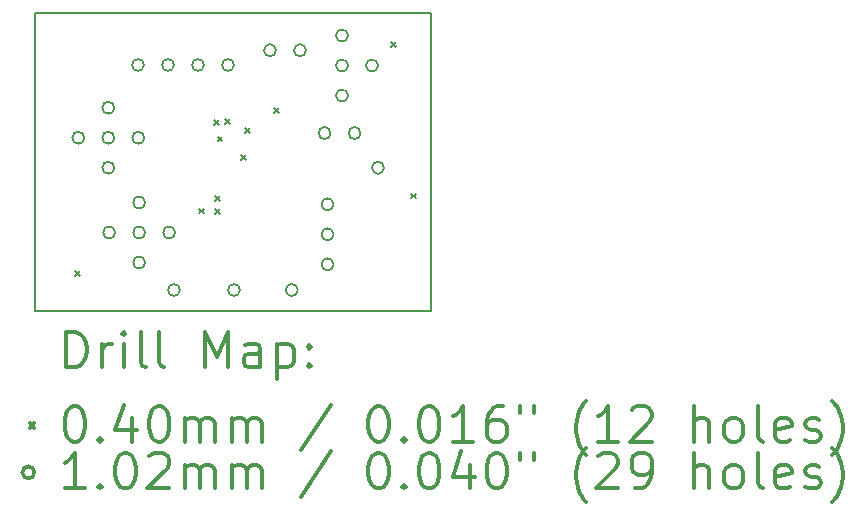
<source format=gbr>
%FSLAX45Y45*%
G04 Gerber Fmt 4.5, Leading zero omitted, Abs format (unit mm)*
G04 Created by KiCad (PCBNEW 4.0.4+e1-6308~48~ubuntu16.04.1-stable) date Wed Oct 26 09:11:47 2016*
%MOMM*%
%LPD*%
G01*
G04 APERTURE LIST*
%ADD10C,0.127000*%
%ADD11C,0.150000*%
%ADD12C,0.200000*%
%ADD13C,0.300000*%
G04 APERTURE END LIST*
D10*
D11*
X13075000Y-11700000D02*
X13075000Y-9175000D01*
X16425000Y-11700000D02*
X13075000Y-11700000D01*
X16425000Y-11675000D02*
X16425000Y-11700000D01*
X16425000Y-9175000D02*
X16425000Y-11675000D01*
X13075000Y-9175000D02*
X16425000Y-9175000D01*
D12*
X13412500Y-11360000D02*
X13452500Y-11400000D01*
X13452500Y-11360000D02*
X13412500Y-11400000D01*
X14465000Y-10830000D02*
X14505000Y-10870000D01*
X14505000Y-10830000D02*
X14465000Y-10870000D01*
X14587500Y-10080000D02*
X14627500Y-10120000D01*
X14627500Y-10080000D02*
X14587500Y-10120000D01*
X14597501Y-10726946D02*
X14637501Y-10766946D01*
X14637501Y-10726946D02*
X14597501Y-10766946D01*
X14599650Y-10832150D02*
X14639650Y-10872150D01*
X14639650Y-10832150D02*
X14599650Y-10872150D01*
X14620000Y-10220000D02*
X14660000Y-10260000D01*
X14660000Y-10220000D02*
X14620000Y-10260000D01*
X14680000Y-10075000D02*
X14720000Y-10115000D01*
X14720000Y-10075000D02*
X14680000Y-10115000D01*
X14820000Y-10380000D02*
X14860000Y-10420000D01*
X14860000Y-10380000D02*
X14820000Y-10420000D01*
X14850300Y-10150000D02*
X14890300Y-10190000D01*
X14890300Y-10150000D02*
X14850300Y-10190000D01*
X15100000Y-9977500D02*
X15140000Y-10017500D01*
X15140000Y-9977500D02*
X15100000Y-10017500D01*
X16090000Y-9417500D02*
X16130000Y-9457500D01*
X16130000Y-9417500D02*
X16090000Y-9457500D01*
X16255000Y-10702500D02*
X16295000Y-10742500D01*
X16295000Y-10702500D02*
X16255000Y-10742500D01*
X13489940Y-10229850D02*
G75*
G03X13489940Y-10229850I-50800J0D01*
G01*
X13743940Y-9975850D02*
G75*
G03X13743940Y-9975850I-50800J0D01*
G01*
X13743940Y-10229850D02*
G75*
G03X13743940Y-10229850I-50800J0D01*
G01*
X13743940Y-10483850D02*
G75*
G03X13743940Y-10483850I-50800J0D01*
G01*
X13751560Y-11032490D02*
G75*
G03X13751560Y-11032490I-50800J0D01*
G01*
X13995400Y-9613900D02*
G75*
G03X13995400Y-9613900I-50800J0D01*
G01*
X13997940Y-10229850D02*
G75*
G03X13997940Y-10229850I-50800J0D01*
G01*
X14005560Y-10778490D02*
G75*
G03X14005560Y-10778490I-50800J0D01*
G01*
X14005560Y-11032490D02*
G75*
G03X14005560Y-11032490I-50800J0D01*
G01*
X14005560Y-11286490D02*
G75*
G03X14005560Y-11286490I-50800J0D01*
G01*
X14249400Y-9613900D02*
G75*
G03X14249400Y-9613900I-50800J0D01*
G01*
X14259560Y-11032490D02*
G75*
G03X14259560Y-11032490I-50800J0D01*
G01*
X14300200Y-11518900D02*
G75*
G03X14300200Y-11518900I-50800J0D01*
G01*
X14503400Y-9613900D02*
G75*
G03X14503400Y-9613900I-50800J0D01*
G01*
X14757400Y-9613900D02*
G75*
G03X14757400Y-9613900I-50800J0D01*
G01*
X14808200Y-11518900D02*
G75*
G03X14808200Y-11518900I-50800J0D01*
G01*
X15113000Y-9489440D02*
G75*
G03X15113000Y-9489440I-50800J0D01*
G01*
X15297150Y-11518900D02*
G75*
G03X15297150Y-11518900I-50800J0D01*
G01*
X15367000Y-9489440D02*
G75*
G03X15367000Y-9489440I-50800J0D01*
G01*
X15575280Y-10190480D02*
G75*
G03X15575280Y-10190480I-50800J0D01*
G01*
X15600680Y-10793730D02*
G75*
G03X15600680Y-10793730I-50800J0D01*
G01*
X15600680Y-11047730D02*
G75*
G03X15600680Y-11047730I-50800J0D01*
G01*
X15600680Y-11301730D02*
G75*
G03X15600680Y-11301730I-50800J0D01*
G01*
X15722600Y-9364980D02*
G75*
G03X15722600Y-9364980I-50800J0D01*
G01*
X15722600Y-9618980D02*
G75*
G03X15722600Y-9618980I-50800J0D01*
G01*
X15722600Y-9872980D02*
G75*
G03X15722600Y-9872980I-50800J0D01*
G01*
X15829280Y-10190480D02*
G75*
G03X15829280Y-10190480I-50800J0D01*
G01*
X15976600Y-9618980D02*
G75*
G03X15976600Y-9618980I-50800J0D01*
G01*
X16027400Y-10483850D02*
G75*
G03X16027400Y-10483850I-50800J0D01*
G01*
D13*
X13338928Y-12173214D02*
X13338928Y-11873214D01*
X13410357Y-11873214D01*
X13453214Y-11887500D01*
X13481786Y-11916071D01*
X13496071Y-11944643D01*
X13510357Y-12001786D01*
X13510357Y-12044643D01*
X13496071Y-12101786D01*
X13481786Y-12130357D01*
X13453214Y-12158929D01*
X13410357Y-12173214D01*
X13338928Y-12173214D01*
X13638928Y-12173214D02*
X13638928Y-11973214D01*
X13638928Y-12030357D02*
X13653214Y-12001786D01*
X13667500Y-11987500D01*
X13696071Y-11973214D01*
X13724643Y-11973214D01*
X13824643Y-12173214D02*
X13824643Y-11973214D01*
X13824643Y-11873214D02*
X13810357Y-11887500D01*
X13824643Y-11901786D01*
X13838928Y-11887500D01*
X13824643Y-11873214D01*
X13824643Y-11901786D01*
X14010357Y-12173214D02*
X13981786Y-12158929D01*
X13967500Y-12130357D01*
X13967500Y-11873214D01*
X14167500Y-12173214D02*
X14138928Y-12158929D01*
X14124643Y-12130357D01*
X14124643Y-11873214D01*
X14510357Y-12173214D02*
X14510357Y-11873214D01*
X14610357Y-12087500D01*
X14710357Y-11873214D01*
X14710357Y-12173214D01*
X14981786Y-12173214D02*
X14981786Y-12016071D01*
X14967500Y-11987500D01*
X14938928Y-11973214D01*
X14881786Y-11973214D01*
X14853214Y-11987500D01*
X14981786Y-12158929D02*
X14953214Y-12173214D01*
X14881786Y-12173214D01*
X14853214Y-12158929D01*
X14838928Y-12130357D01*
X14838928Y-12101786D01*
X14853214Y-12073214D01*
X14881786Y-12058929D01*
X14953214Y-12058929D01*
X14981786Y-12044643D01*
X15124643Y-11973214D02*
X15124643Y-12273214D01*
X15124643Y-11987500D02*
X15153214Y-11973214D01*
X15210357Y-11973214D01*
X15238928Y-11987500D01*
X15253214Y-12001786D01*
X15267500Y-12030357D01*
X15267500Y-12116071D01*
X15253214Y-12144643D01*
X15238928Y-12158929D01*
X15210357Y-12173214D01*
X15153214Y-12173214D01*
X15124643Y-12158929D01*
X15396071Y-12144643D02*
X15410357Y-12158929D01*
X15396071Y-12173214D01*
X15381786Y-12158929D01*
X15396071Y-12144643D01*
X15396071Y-12173214D01*
X15396071Y-11987500D02*
X15410357Y-12001786D01*
X15396071Y-12016071D01*
X15381786Y-12001786D01*
X15396071Y-11987500D01*
X15396071Y-12016071D01*
X13027500Y-12647500D02*
X13067500Y-12687500D01*
X13067500Y-12647500D02*
X13027500Y-12687500D01*
X13396071Y-12503214D02*
X13424643Y-12503214D01*
X13453214Y-12517500D01*
X13467500Y-12531786D01*
X13481786Y-12560357D01*
X13496071Y-12617500D01*
X13496071Y-12688929D01*
X13481786Y-12746071D01*
X13467500Y-12774643D01*
X13453214Y-12788929D01*
X13424643Y-12803214D01*
X13396071Y-12803214D01*
X13367500Y-12788929D01*
X13353214Y-12774643D01*
X13338928Y-12746071D01*
X13324643Y-12688929D01*
X13324643Y-12617500D01*
X13338928Y-12560357D01*
X13353214Y-12531786D01*
X13367500Y-12517500D01*
X13396071Y-12503214D01*
X13624643Y-12774643D02*
X13638928Y-12788929D01*
X13624643Y-12803214D01*
X13610357Y-12788929D01*
X13624643Y-12774643D01*
X13624643Y-12803214D01*
X13896071Y-12603214D02*
X13896071Y-12803214D01*
X13824643Y-12488929D02*
X13753214Y-12703214D01*
X13938928Y-12703214D01*
X14110357Y-12503214D02*
X14138928Y-12503214D01*
X14167500Y-12517500D01*
X14181786Y-12531786D01*
X14196071Y-12560357D01*
X14210357Y-12617500D01*
X14210357Y-12688929D01*
X14196071Y-12746071D01*
X14181786Y-12774643D01*
X14167500Y-12788929D01*
X14138928Y-12803214D01*
X14110357Y-12803214D01*
X14081786Y-12788929D01*
X14067500Y-12774643D01*
X14053214Y-12746071D01*
X14038928Y-12688929D01*
X14038928Y-12617500D01*
X14053214Y-12560357D01*
X14067500Y-12531786D01*
X14081786Y-12517500D01*
X14110357Y-12503214D01*
X14338928Y-12803214D02*
X14338928Y-12603214D01*
X14338928Y-12631786D02*
X14353214Y-12617500D01*
X14381786Y-12603214D01*
X14424643Y-12603214D01*
X14453214Y-12617500D01*
X14467500Y-12646071D01*
X14467500Y-12803214D01*
X14467500Y-12646071D02*
X14481786Y-12617500D01*
X14510357Y-12603214D01*
X14553214Y-12603214D01*
X14581786Y-12617500D01*
X14596071Y-12646071D01*
X14596071Y-12803214D01*
X14738928Y-12803214D02*
X14738928Y-12603214D01*
X14738928Y-12631786D02*
X14753214Y-12617500D01*
X14781786Y-12603214D01*
X14824643Y-12603214D01*
X14853214Y-12617500D01*
X14867500Y-12646071D01*
X14867500Y-12803214D01*
X14867500Y-12646071D02*
X14881786Y-12617500D01*
X14910357Y-12603214D01*
X14953214Y-12603214D01*
X14981786Y-12617500D01*
X14996071Y-12646071D01*
X14996071Y-12803214D01*
X15581786Y-12488929D02*
X15324643Y-12874643D01*
X15967500Y-12503214D02*
X15996071Y-12503214D01*
X16024643Y-12517500D01*
X16038928Y-12531786D01*
X16053214Y-12560357D01*
X16067500Y-12617500D01*
X16067500Y-12688929D01*
X16053214Y-12746071D01*
X16038928Y-12774643D01*
X16024643Y-12788929D01*
X15996071Y-12803214D01*
X15967500Y-12803214D01*
X15938928Y-12788929D01*
X15924643Y-12774643D01*
X15910357Y-12746071D01*
X15896071Y-12688929D01*
X15896071Y-12617500D01*
X15910357Y-12560357D01*
X15924643Y-12531786D01*
X15938928Y-12517500D01*
X15967500Y-12503214D01*
X16196071Y-12774643D02*
X16210357Y-12788929D01*
X16196071Y-12803214D01*
X16181786Y-12788929D01*
X16196071Y-12774643D01*
X16196071Y-12803214D01*
X16396071Y-12503214D02*
X16424643Y-12503214D01*
X16453214Y-12517500D01*
X16467500Y-12531786D01*
X16481785Y-12560357D01*
X16496071Y-12617500D01*
X16496071Y-12688929D01*
X16481785Y-12746071D01*
X16467500Y-12774643D01*
X16453214Y-12788929D01*
X16424643Y-12803214D01*
X16396071Y-12803214D01*
X16367500Y-12788929D01*
X16353214Y-12774643D01*
X16338928Y-12746071D01*
X16324643Y-12688929D01*
X16324643Y-12617500D01*
X16338928Y-12560357D01*
X16353214Y-12531786D01*
X16367500Y-12517500D01*
X16396071Y-12503214D01*
X16781786Y-12803214D02*
X16610357Y-12803214D01*
X16696071Y-12803214D02*
X16696071Y-12503214D01*
X16667500Y-12546071D01*
X16638928Y-12574643D01*
X16610357Y-12588929D01*
X17038928Y-12503214D02*
X16981786Y-12503214D01*
X16953214Y-12517500D01*
X16938928Y-12531786D01*
X16910357Y-12574643D01*
X16896071Y-12631786D01*
X16896071Y-12746071D01*
X16910357Y-12774643D01*
X16924643Y-12788929D01*
X16953214Y-12803214D01*
X17010357Y-12803214D01*
X17038928Y-12788929D01*
X17053214Y-12774643D01*
X17067500Y-12746071D01*
X17067500Y-12674643D01*
X17053214Y-12646071D01*
X17038928Y-12631786D01*
X17010357Y-12617500D01*
X16953214Y-12617500D01*
X16924643Y-12631786D01*
X16910357Y-12646071D01*
X16896071Y-12674643D01*
X17181786Y-12503214D02*
X17181786Y-12560357D01*
X17296071Y-12503214D02*
X17296071Y-12560357D01*
X17738928Y-12917500D02*
X17724643Y-12903214D01*
X17696071Y-12860357D01*
X17681786Y-12831786D01*
X17667500Y-12788929D01*
X17653214Y-12717500D01*
X17653214Y-12660357D01*
X17667500Y-12588929D01*
X17681786Y-12546071D01*
X17696071Y-12517500D01*
X17724643Y-12474643D01*
X17738928Y-12460357D01*
X18010357Y-12803214D02*
X17838928Y-12803214D01*
X17924643Y-12803214D02*
X17924643Y-12503214D01*
X17896071Y-12546071D01*
X17867500Y-12574643D01*
X17838928Y-12588929D01*
X18124643Y-12531786D02*
X18138928Y-12517500D01*
X18167500Y-12503214D01*
X18238928Y-12503214D01*
X18267500Y-12517500D01*
X18281786Y-12531786D01*
X18296071Y-12560357D01*
X18296071Y-12588929D01*
X18281786Y-12631786D01*
X18110357Y-12803214D01*
X18296071Y-12803214D01*
X18653214Y-12803214D02*
X18653214Y-12503214D01*
X18781786Y-12803214D02*
X18781786Y-12646071D01*
X18767500Y-12617500D01*
X18738928Y-12603214D01*
X18696071Y-12603214D01*
X18667500Y-12617500D01*
X18653214Y-12631786D01*
X18967500Y-12803214D02*
X18938928Y-12788929D01*
X18924643Y-12774643D01*
X18910357Y-12746071D01*
X18910357Y-12660357D01*
X18924643Y-12631786D01*
X18938928Y-12617500D01*
X18967500Y-12603214D01*
X19010357Y-12603214D01*
X19038928Y-12617500D01*
X19053214Y-12631786D01*
X19067500Y-12660357D01*
X19067500Y-12746071D01*
X19053214Y-12774643D01*
X19038928Y-12788929D01*
X19010357Y-12803214D01*
X18967500Y-12803214D01*
X19238928Y-12803214D02*
X19210357Y-12788929D01*
X19196071Y-12760357D01*
X19196071Y-12503214D01*
X19467500Y-12788929D02*
X19438929Y-12803214D01*
X19381786Y-12803214D01*
X19353214Y-12788929D01*
X19338929Y-12760357D01*
X19338929Y-12646071D01*
X19353214Y-12617500D01*
X19381786Y-12603214D01*
X19438929Y-12603214D01*
X19467500Y-12617500D01*
X19481786Y-12646071D01*
X19481786Y-12674643D01*
X19338929Y-12703214D01*
X19596071Y-12788929D02*
X19624643Y-12803214D01*
X19681786Y-12803214D01*
X19710357Y-12788929D01*
X19724643Y-12760357D01*
X19724643Y-12746071D01*
X19710357Y-12717500D01*
X19681786Y-12703214D01*
X19638929Y-12703214D01*
X19610357Y-12688929D01*
X19596071Y-12660357D01*
X19596071Y-12646071D01*
X19610357Y-12617500D01*
X19638929Y-12603214D01*
X19681786Y-12603214D01*
X19710357Y-12617500D01*
X19824643Y-12917500D02*
X19838929Y-12903214D01*
X19867500Y-12860357D01*
X19881786Y-12831786D01*
X19896071Y-12788929D01*
X19910357Y-12717500D01*
X19910357Y-12660357D01*
X19896071Y-12588929D01*
X19881786Y-12546071D01*
X19867500Y-12517500D01*
X19838929Y-12474643D01*
X19824643Y-12460357D01*
X13067500Y-13063500D02*
G75*
G03X13067500Y-13063500I-50800J0D01*
G01*
X13496071Y-13199214D02*
X13324643Y-13199214D01*
X13410357Y-13199214D02*
X13410357Y-12899214D01*
X13381786Y-12942071D01*
X13353214Y-12970643D01*
X13324643Y-12984929D01*
X13624643Y-13170643D02*
X13638928Y-13184929D01*
X13624643Y-13199214D01*
X13610357Y-13184929D01*
X13624643Y-13170643D01*
X13624643Y-13199214D01*
X13824643Y-12899214D02*
X13853214Y-12899214D01*
X13881786Y-12913500D01*
X13896071Y-12927786D01*
X13910357Y-12956357D01*
X13924643Y-13013500D01*
X13924643Y-13084929D01*
X13910357Y-13142071D01*
X13896071Y-13170643D01*
X13881786Y-13184929D01*
X13853214Y-13199214D01*
X13824643Y-13199214D01*
X13796071Y-13184929D01*
X13781786Y-13170643D01*
X13767500Y-13142071D01*
X13753214Y-13084929D01*
X13753214Y-13013500D01*
X13767500Y-12956357D01*
X13781786Y-12927786D01*
X13796071Y-12913500D01*
X13824643Y-12899214D01*
X14038928Y-12927786D02*
X14053214Y-12913500D01*
X14081786Y-12899214D01*
X14153214Y-12899214D01*
X14181786Y-12913500D01*
X14196071Y-12927786D01*
X14210357Y-12956357D01*
X14210357Y-12984929D01*
X14196071Y-13027786D01*
X14024643Y-13199214D01*
X14210357Y-13199214D01*
X14338928Y-13199214D02*
X14338928Y-12999214D01*
X14338928Y-13027786D02*
X14353214Y-13013500D01*
X14381786Y-12999214D01*
X14424643Y-12999214D01*
X14453214Y-13013500D01*
X14467500Y-13042071D01*
X14467500Y-13199214D01*
X14467500Y-13042071D02*
X14481786Y-13013500D01*
X14510357Y-12999214D01*
X14553214Y-12999214D01*
X14581786Y-13013500D01*
X14596071Y-13042071D01*
X14596071Y-13199214D01*
X14738928Y-13199214D02*
X14738928Y-12999214D01*
X14738928Y-13027786D02*
X14753214Y-13013500D01*
X14781786Y-12999214D01*
X14824643Y-12999214D01*
X14853214Y-13013500D01*
X14867500Y-13042071D01*
X14867500Y-13199214D01*
X14867500Y-13042071D02*
X14881786Y-13013500D01*
X14910357Y-12999214D01*
X14953214Y-12999214D01*
X14981786Y-13013500D01*
X14996071Y-13042071D01*
X14996071Y-13199214D01*
X15581786Y-12884929D02*
X15324643Y-13270643D01*
X15967500Y-12899214D02*
X15996071Y-12899214D01*
X16024643Y-12913500D01*
X16038928Y-12927786D01*
X16053214Y-12956357D01*
X16067500Y-13013500D01*
X16067500Y-13084929D01*
X16053214Y-13142071D01*
X16038928Y-13170643D01*
X16024643Y-13184929D01*
X15996071Y-13199214D01*
X15967500Y-13199214D01*
X15938928Y-13184929D01*
X15924643Y-13170643D01*
X15910357Y-13142071D01*
X15896071Y-13084929D01*
X15896071Y-13013500D01*
X15910357Y-12956357D01*
X15924643Y-12927786D01*
X15938928Y-12913500D01*
X15967500Y-12899214D01*
X16196071Y-13170643D02*
X16210357Y-13184929D01*
X16196071Y-13199214D01*
X16181786Y-13184929D01*
X16196071Y-13170643D01*
X16196071Y-13199214D01*
X16396071Y-12899214D02*
X16424643Y-12899214D01*
X16453214Y-12913500D01*
X16467500Y-12927786D01*
X16481785Y-12956357D01*
X16496071Y-13013500D01*
X16496071Y-13084929D01*
X16481785Y-13142071D01*
X16467500Y-13170643D01*
X16453214Y-13184929D01*
X16424643Y-13199214D01*
X16396071Y-13199214D01*
X16367500Y-13184929D01*
X16353214Y-13170643D01*
X16338928Y-13142071D01*
X16324643Y-13084929D01*
X16324643Y-13013500D01*
X16338928Y-12956357D01*
X16353214Y-12927786D01*
X16367500Y-12913500D01*
X16396071Y-12899214D01*
X16753214Y-12999214D02*
X16753214Y-13199214D01*
X16681785Y-12884929D02*
X16610357Y-13099214D01*
X16796071Y-13099214D01*
X16967500Y-12899214D02*
X16996071Y-12899214D01*
X17024643Y-12913500D01*
X17038928Y-12927786D01*
X17053214Y-12956357D01*
X17067500Y-13013500D01*
X17067500Y-13084929D01*
X17053214Y-13142071D01*
X17038928Y-13170643D01*
X17024643Y-13184929D01*
X16996071Y-13199214D01*
X16967500Y-13199214D01*
X16938928Y-13184929D01*
X16924643Y-13170643D01*
X16910357Y-13142071D01*
X16896071Y-13084929D01*
X16896071Y-13013500D01*
X16910357Y-12956357D01*
X16924643Y-12927786D01*
X16938928Y-12913500D01*
X16967500Y-12899214D01*
X17181786Y-12899214D02*
X17181786Y-12956357D01*
X17296071Y-12899214D02*
X17296071Y-12956357D01*
X17738928Y-13313500D02*
X17724643Y-13299214D01*
X17696071Y-13256357D01*
X17681786Y-13227786D01*
X17667500Y-13184929D01*
X17653214Y-13113500D01*
X17653214Y-13056357D01*
X17667500Y-12984929D01*
X17681786Y-12942071D01*
X17696071Y-12913500D01*
X17724643Y-12870643D01*
X17738928Y-12856357D01*
X17838928Y-12927786D02*
X17853214Y-12913500D01*
X17881786Y-12899214D01*
X17953214Y-12899214D01*
X17981786Y-12913500D01*
X17996071Y-12927786D01*
X18010357Y-12956357D01*
X18010357Y-12984929D01*
X17996071Y-13027786D01*
X17824643Y-13199214D01*
X18010357Y-13199214D01*
X18153214Y-13199214D02*
X18210357Y-13199214D01*
X18238928Y-13184929D01*
X18253214Y-13170643D01*
X18281786Y-13127786D01*
X18296071Y-13070643D01*
X18296071Y-12956357D01*
X18281786Y-12927786D01*
X18267500Y-12913500D01*
X18238928Y-12899214D01*
X18181786Y-12899214D01*
X18153214Y-12913500D01*
X18138928Y-12927786D01*
X18124643Y-12956357D01*
X18124643Y-13027786D01*
X18138928Y-13056357D01*
X18153214Y-13070643D01*
X18181786Y-13084929D01*
X18238928Y-13084929D01*
X18267500Y-13070643D01*
X18281786Y-13056357D01*
X18296071Y-13027786D01*
X18653214Y-13199214D02*
X18653214Y-12899214D01*
X18781786Y-13199214D02*
X18781786Y-13042071D01*
X18767500Y-13013500D01*
X18738928Y-12999214D01*
X18696071Y-12999214D01*
X18667500Y-13013500D01*
X18653214Y-13027786D01*
X18967500Y-13199214D02*
X18938928Y-13184929D01*
X18924643Y-13170643D01*
X18910357Y-13142071D01*
X18910357Y-13056357D01*
X18924643Y-13027786D01*
X18938928Y-13013500D01*
X18967500Y-12999214D01*
X19010357Y-12999214D01*
X19038928Y-13013500D01*
X19053214Y-13027786D01*
X19067500Y-13056357D01*
X19067500Y-13142071D01*
X19053214Y-13170643D01*
X19038928Y-13184929D01*
X19010357Y-13199214D01*
X18967500Y-13199214D01*
X19238928Y-13199214D02*
X19210357Y-13184929D01*
X19196071Y-13156357D01*
X19196071Y-12899214D01*
X19467500Y-13184929D02*
X19438929Y-13199214D01*
X19381786Y-13199214D01*
X19353214Y-13184929D01*
X19338929Y-13156357D01*
X19338929Y-13042071D01*
X19353214Y-13013500D01*
X19381786Y-12999214D01*
X19438929Y-12999214D01*
X19467500Y-13013500D01*
X19481786Y-13042071D01*
X19481786Y-13070643D01*
X19338929Y-13099214D01*
X19596071Y-13184929D02*
X19624643Y-13199214D01*
X19681786Y-13199214D01*
X19710357Y-13184929D01*
X19724643Y-13156357D01*
X19724643Y-13142071D01*
X19710357Y-13113500D01*
X19681786Y-13099214D01*
X19638929Y-13099214D01*
X19610357Y-13084929D01*
X19596071Y-13056357D01*
X19596071Y-13042071D01*
X19610357Y-13013500D01*
X19638929Y-12999214D01*
X19681786Y-12999214D01*
X19710357Y-13013500D01*
X19824643Y-13313500D02*
X19838929Y-13299214D01*
X19867500Y-13256357D01*
X19881786Y-13227786D01*
X19896071Y-13184929D01*
X19910357Y-13113500D01*
X19910357Y-13056357D01*
X19896071Y-12984929D01*
X19881786Y-12942071D01*
X19867500Y-12913500D01*
X19838929Y-12870643D01*
X19824643Y-12856357D01*
M02*

</source>
